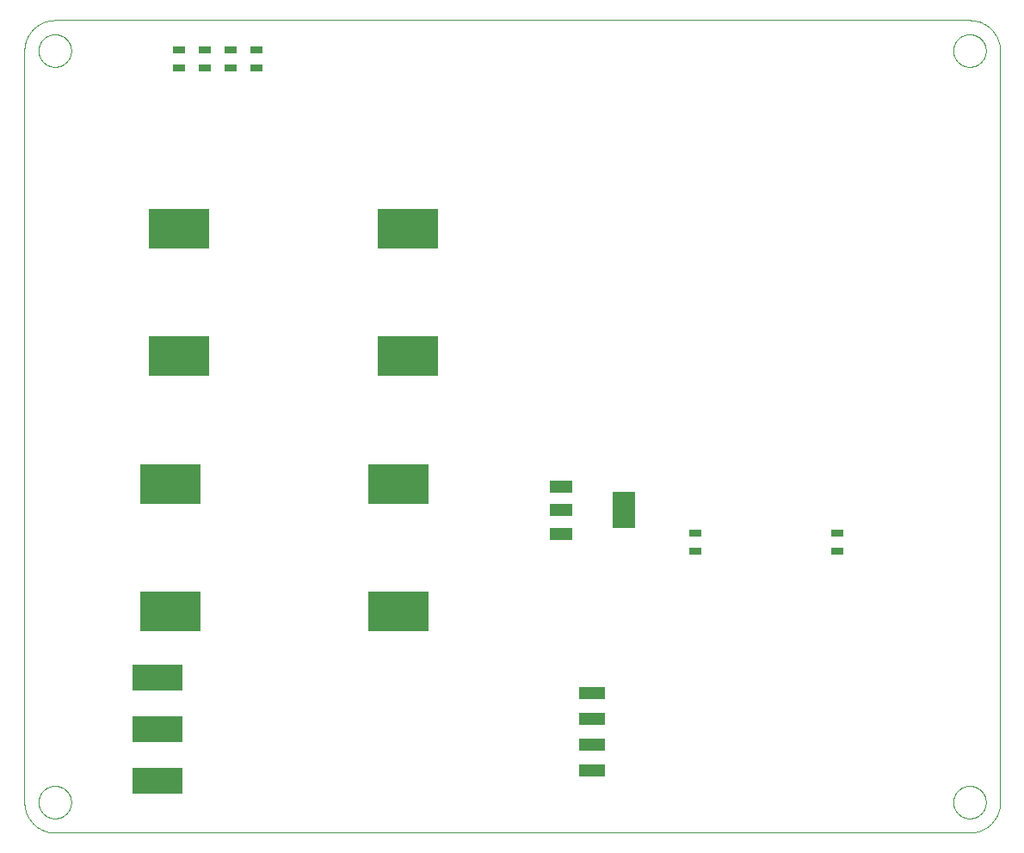
<source format=gbp>
G75*
%MOIN*%
%OFA0B0*%
%FSLAX25Y25*%
%IPPOS*%
%LPD*%
%AMOC8*
5,1,8,0,0,1.08239X$1,22.5*
%
%ADD10C,0.00000*%
%ADD11R,0.04724X0.03150*%
%ADD12R,0.23622X0.15748*%
%ADD13R,0.08800X0.04800*%
%ADD14R,0.08661X0.14173*%
%ADD15R,0.09843X0.05000*%
%ADD16R,0.19685X0.10039*%
D10*
X0015000Y0012811D02*
X0015000Y0304150D01*
X0020512Y0304150D02*
X0020514Y0304308D01*
X0020520Y0304466D01*
X0020530Y0304624D01*
X0020544Y0304782D01*
X0020562Y0304939D01*
X0020583Y0305096D01*
X0020609Y0305252D01*
X0020639Y0305408D01*
X0020672Y0305563D01*
X0020710Y0305716D01*
X0020751Y0305869D01*
X0020796Y0306021D01*
X0020845Y0306172D01*
X0020898Y0306321D01*
X0020954Y0306469D01*
X0021014Y0306615D01*
X0021078Y0306760D01*
X0021146Y0306903D01*
X0021217Y0307045D01*
X0021291Y0307185D01*
X0021369Y0307322D01*
X0021451Y0307458D01*
X0021535Y0307592D01*
X0021624Y0307723D01*
X0021715Y0307852D01*
X0021810Y0307979D01*
X0021907Y0308104D01*
X0022008Y0308226D01*
X0022112Y0308345D01*
X0022219Y0308462D01*
X0022329Y0308576D01*
X0022442Y0308687D01*
X0022557Y0308796D01*
X0022675Y0308901D01*
X0022796Y0309003D01*
X0022919Y0309103D01*
X0023045Y0309199D01*
X0023173Y0309292D01*
X0023303Y0309382D01*
X0023436Y0309468D01*
X0023571Y0309552D01*
X0023707Y0309631D01*
X0023846Y0309708D01*
X0023987Y0309780D01*
X0024129Y0309850D01*
X0024273Y0309915D01*
X0024419Y0309977D01*
X0024566Y0310035D01*
X0024715Y0310090D01*
X0024865Y0310141D01*
X0025016Y0310188D01*
X0025168Y0310231D01*
X0025321Y0310270D01*
X0025476Y0310306D01*
X0025631Y0310337D01*
X0025787Y0310365D01*
X0025943Y0310389D01*
X0026100Y0310409D01*
X0026258Y0310425D01*
X0026415Y0310437D01*
X0026574Y0310445D01*
X0026732Y0310449D01*
X0026890Y0310449D01*
X0027048Y0310445D01*
X0027207Y0310437D01*
X0027364Y0310425D01*
X0027522Y0310409D01*
X0027679Y0310389D01*
X0027835Y0310365D01*
X0027991Y0310337D01*
X0028146Y0310306D01*
X0028301Y0310270D01*
X0028454Y0310231D01*
X0028606Y0310188D01*
X0028757Y0310141D01*
X0028907Y0310090D01*
X0029056Y0310035D01*
X0029203Y0309977D01*
X0029349Y0309915D01*
X0029493Y0309850D01*
X0029635Y0309780D01*
X0029776Y0309708D01*
X0029915Y0309631D01*
X0030051Y0309552D01*
X0030186Y0309468D01*
X0030319Y0309382D01*
X0030449Y0309292D01*
X0030577Y0309199D01*
X0030703Y0309103D01*
X0030826Y0309003D01*
X0030947Y0308901D01*
X0031065Y0308796D01*
X0031180Y0308687D01*
X0031293Y0308576D01*
X0031403Y0308462D01*
X0031510Y0308345D01*
X0031614Y0308226D01*
X0031715Y0308104D01*
X0031812Y0307979D01*
X0031907Y0307852D01*
X0031998Y0307723D01*
X0032087Y0307592D01*
X0032171Y0307458D01*
X0032253Y0307322D01*
X0032331Y0307185D01*
X0032405Y0307045D01*
X0032476Y0306903D01*
X0032544Y0306760D01*
X0032608Y0306615D01*
X0032668Y0306469D01*
X0032724Y0306321D01*
X0032777Y0306172D01*
X0032826Y0306021D01*
X0032871Y0305869D01*
X0032912Y0305716D01*
X0032950Y0305563D01*
X0032983Y0305408D01*
X0033013Y0305252D01*
X0033039Y0305096D01*
X0033060Y0304939D01*
X0033078Y0304782D01*
X0033092Y0304624D01*
X0033102Y0304466D01*
X0033108Y0304308D01*
X0033110Y0304150D01*
X0033108Y0303992D01*
X0033102Y0303834D01*
X0033092Y0303676D01*
X0033078Y0303518D01*
X0033060Y0303361D01*
X0033039Y0303204D01*
X0033013Y0303048D01*
X0032983Y0302892D01*
X0032950Y0302737D01*
X0032912Y0302584D01*
X0032871Y0302431D01*
X0032826Y0302279D01*
X0032777Y0302128D01*
X0032724Y0301979D01*
X0032668Y0301831D01*
X0032608Y0301685D01*
X0032544Y0301540D01*
X0032476Y0301397D01*
X0032405Y0301255D01*
X0032331Y0301115D01*
X0032253Y0300978D01*
X0032171Y0300842D01*
X0032087Y0300708D01*
X0031998Y0300577D01*
X0031907Y0300448D01*
X0031812Y0300321D01*
X0031715Y0300196D01*
X0031614Y0300074D01*
X0031510Y0299955D01*
X0031403Y0299838D01*
X0031293Y0299724D01*
X0031180Y0299613D01*
X0031065Y0299504D01*
X0030947Y0299399D01*
X0030826Y0299297D01*
X0030703Y0299197D01*
X0030577Y0299101D01*
X0030449Y0299008D01*
X0030319Y0298918D01*
X0030186Y0298832D01*
X0030051Y0298748D01*
X0029915Y0298669D01*
X0029776Y0298592D01*
X0029635Y0298520D01*
X0029493Y0298450D01*
X0029349Y0298385D01*
X0029203Y0298323D01*
X0029056Y0298265D01*
X0028907Y0298210D01*
X0028757Y0298159D01*
X0028606Y0298112D01*
X0028454Y0298069D01*
X0028301Y0298030D01*
X0028146Y0297994D01*
X0027991Y0297963D01*
X0027835Y0297935D01*
X0027679Y0297911D01*
X0027522Y0297891D01*
X0027364Y0297875D01*
X0027207Y0297863D01*
X0027048Y0297855D01*
X0026890Y0297851D01*
X0026732Y0297851D01*
X0026574Y0297855D01*
X0026415Y0297863D01*
X0026258Y0297875D01*
X0026100Y0297891D01*
X0025943Y0297911D01*
X0025787Y0297935D01*
X0025631Y0297963D01*
X0025476Y0297994D01*
X0025321Y0298030D01*
X0025168Y0298069D01*
X0025016Y0298112D01*
X0024865Y0298159D01*
X0024715Y0298210D01*
X0024566Y0298265D01*
X0024419Y0298323D01*
X0024273Y0298385D01*
X0024129Y0298450D01*
X0023987Y0298520D01*
X0023846Y0298592D01*
X0023707Y0298669D01*
X0023571Y0298748D01*
X0023436Y0298832D01*
X0023303Y0298918D01*
X0023173Y0299008D01*
X0023045Y0299101D01*
X0022919Y0299197D01*
X0022796Y0299297D01*
X0022675Y0299399D01*
X0022557Y0299504D01*
X0022442Y0299613D01*
X0022329Y0299724D01*
X0022219Y0299838D01*
X0022112Y0299955D01*
X0022008Y0300074D01*
X0021907Y0300196D01*
X0021810Y0300321D01*
X0021715Y0300448D01*
X0021624Y0300577D01*
X0021535Y0300708D01*
X0021451Y0300842D01*
X0021369Y0300978D01*
X0021291Y0301115D01*
X0021217Y0301255D01*
X0021146Y0301397D01*
X0021078Y0301540D01*
X0021014Y0301685D01*
X0020954Y0301831D01*
X0020898Y0301979D01*
X0020845Y0302128D01*
X0020796Y0302279D01*
X0020751Y0302431D01*
X0020710Y0302584D01*
X0020672Y0302737D01*
X0020639Y0302892D01*
X0020609Y0303048D01*
X0020583Y0303204D01*
X0020562Y0303361D01*
X0020544Y0303518D01*
X0020530Y0303676D01*
X0020520Y0303834D01*
X0020514Y0303992D01*
X0020512Y0304150D01*
X0015000Y0304150D02*
X0015003Y0304435D01*
X0015014Y0304721D01*
X0015031Y0305006D01*
X0015055Y0305290D01*
X0015086Y0305574D01*
X0015124Y0305857D01*
X0015169Y0306138D01*
X0015220Y0306419D01*
X0015278Y0306699D01*
X0015343Y0306977D01*
X0015415Y0307253D01*
X0015493Y0307527D01*
X0015578Y0307800D01*
X0015670Y0308070D01*
X0015768Y0308338D01*
X0015872Y0308604D01*
X0015983Y0308867D01*
X0016100Y0309127D01*
X0016223Y0309385D01*
X0016353Y0309639D01*
X0016489Y0309890D01*
X0016630Y0310138D01*
X0016778Y0310382D01*
X0016931Y0310623D01*
X0017091Y0310859D01*
X0017256Y0311092D01*
X0017426Y0311321D01*
X0017602Y0311546D01*
X0017784Y0311766D01*
X0017970Y0311982D01*
X0018162Y0312193D01*
X0018359Y0312400D01*
X0018561Y0312602D01*
X0018768Y0312799D01*
X0018979Y0312991D01*
X0019195Y0313177D01*
X0019415Y0313359D01*
X0019640Y0313535D01*
X0019869Y0313705D01*
X0020102Y0313870D01*
X0020338Y0314030D01*
X0020579Y0314183D01*
X0020823Y0314331D01*
X0021071Y0314472D01*
X0021322Y0314608D01*
X0021576Y0314738D01*
X0021834Y0314861D01*
X0022094Y0314978D01*
X0022357Y0315089D01*
X0022623Y0315193D01*
X0022891Y0315291D01*
X0023161Y0315383D01*
X0023434Y0315468D01*
X0023708Y0315546D01*
X0023984Y0315618D01*
X0024262Y0315683D01*
X0024542Y0315741D01*
X0024823Y0315792D01*
X0025104Y0315837D01*
X0025387Y0315875D01*
X0025671Y0315906D01*
X0025955Y0315930D01*
X0026240Y0315947D01*
X0026526Y0315958D01*
X0026811Y0315961D01*
X0381142Y0315961D01*
X0374843Y0304150D02*
X0374845Y0304308D01*
X0374851Y0304466D01*
X0374861Y0304624D01*
X0374875Y0304782D01*
X0374893Y0304939D01*
X0374914Y0305096D01*
X0374940Y0305252D01*
X0374970Y0305408D01*
X0375003Y0305563D01*
X0375041Y0305716D01*
X0375082Y0305869D01*
X0375127Y0306021D01*
X0375176Y0306172D01*
X0375229Y0306321D01*
X0375285Y0306469D01*
X0375345Y0306615D01*
X0375409Y0306760D01*
X0375477Y0306903D01*
X0375548Y0307045D01*
X0375622Y0307185D01*
X0375700Y0307322D01*
X0375782Y0307458D01*
X0375866Y0307592D01*
X0375955Y0307723D01*
X0376046Y0307852D01*
X0376141Y0307979D01*
X0376238Y0308104D01*
X0376339Y0308226D01*
X0376443Y0308345D01*
X0376550Y0308462D01*
X0376660Y0308576D01*
X0376773Y0308687D01*
X0376888Y0308796D01*
X0377006Y0308901D01*
X0377127Y0309003D01*
X0377250Y0309103D01*
X0377376Y0309199D01*
X0377504Y0309292D01*
X0377634Y0309382D01*
X0377767Y0309468D01*
X0377902Y0309552D01*
X0378038Y0309631D01*
X0378177Y0309708D01*
X0378318Y0309780D01*
X0378460Y0309850D01*
X0378604Y0309915D01*
X0378750Y0309977D01*
X0378897Y0310035D01*
X0379046Y0310090D01*
X0379196Y0310141D01*
X0379347Y0310188D01*
X0379499Y0310231D01*
X0379652Y0310270D01*
X0379807Y0310306D01*
X0379962Y0310337D01*
X0380118Y0310365D01*
X0380274Y0310389D01*
X0380431Y0310409D01*
X0380589Y0310425D01*
X0380746Y0310437D01*
X0380905Y0310445D01*
X0381063Y0310449D01*
X0381221Y0310449D01*
X0381379Y0310445D01*
X0381538Y0310437D01*
X0381695Y0310425D01*
X0381853Y0310409D01*
X0382010Y0310389D01*
X0382166Y0310365D01*
X0382322Y0310337D01*
X0382477Y0310306D01*
X0382632Y0310270D01*
X0382785Y0310231D01*
X0382937Y0310188D01*
X0383088Y0310141D01*
X0383238Y0310090D01*
X0383387Y0310035D01*
X0383534Y0309977D01*
X0383680Y0309915D01*
X0383824Y0309850D01*
X0383966Y0309780D01*
X0384107Y0309708D01*
X0384246Y0309631D01*
X0384382Y0309552D01*
X0384517Y0309468D01*
X0384650Y0309382D01*
X0384780Y0309292D01*
X0384908Y0309199D01*
X0385034Y0309103D01*
X0385157Y0309003D01*
X0385278Y0308901D01*
X0385396Y0308796D01*
X0385511Y0308687D01*
X0385624Y0308576D01*
X0385734Y0308462D01*
X0385841Y0308345D01*
X0385945Y0308226D01*
X0386046Y0308104D01*
X0386143Y0307979D01*
X0386238Y0307852D01*
X0386329Y0307723D01*
X0386418Y0307592D01*
X0386502Y0307458D01*
X0386584Y0307322D01*
X0386662Y0307185D01*
X0386736Y0307045D01*
X0386807Y0306903D01*
X0386875Y0306760D01*
X0386939Y0306615D01*
X0386999Y0306469D01*
X0387055Y0306321D01*
X0387108Y0306172D01*
X0387157Y0306021D01*
X0387202Y0305869D01*
X0387243Y0305716D01*
X0387281Y0305563D01*
X0387314Y0305408D01*
X0387344Y0305252D01*
X0387370Y0305096D01*
X0387391Y0304939D01*
X0387409Y0304782D01*
X0387423Y0304624D01*
X0387433Y0304466D01*
X0387439Y0304308D01*
X0387441Y0304150D01*
X0387439Y0303992D01*
X0387433Y0303834D01*
X0387423Y0303676D01*
X0387409Y0303518D01*
X0387391Y0303361D01*
X0387370Y0303204D01*
X0387344Y0303048D01*
X0387314Y0302892D01*
X0387281Y0302737D01*
X0387243Y0302584D01*
X0387202Y0302431D01*
X0387157Y0302279D01*
X0387108Y0302128D01*
X0387055Y0301979D01*
X0386999Y0301831D01*
X0386939Y0301685D01*
X0386875Y0301540D01*
X0386807Y0301397D01*
X0386736Y0301255D01*
X0386662Y0301115D01*
X0386584Y0300978D01*
X0386502Y0300842D01*
X0386418Y0300708D01*
X0386329Y0300577D01*
X0386238Y0300448D01*
X0386143Y0300321D01*
X0386046Y0300196D01*
X0385945Y0300074D01*
X0385841Y0299955D01*
X0385734Y0299838D01*
X0385624Y0299724D01*
X0385511Y0299613D01*
X0385396Y0299504D01*
X0385278Y0299399D01*
X0385157Y0299297D01*
X0385034Y0299197D01*
X0384908Y0299101D01*
X0384780Y0299008D01*
X0384650Y0298918D01*
X0384517Y0298832D01*
X0384382Y0298748D01*
X0384246Y0298669D01*
X0384107Y0298592D01*
X0383966Y0298520D01*
X0383824Y0298450D01*
X0383680Y0298385D01*
X0383534Y0298323D01*
X0383387Y0298265D01*
X0383238Y0298210D01*
X0383088Y0298159D01*
X0382937Y0298112D01*
X0382785Y0298069D01*
X0382632Y0298030D01*
X0382477Y0297994D01*
X0382322Y0297963D01*
X0382166Y0297935D01*
X0382010Y0297911D01*
X0381853Y0297891D01*
X0381695Y0297875D01*
X0381538Y0297863D01*
X0381379Y0297855D01*
X0381221Y0297851D01*
X0381063Y0297851D01*
X0380905Y0297855D01*
X0380746Y0297863D01*
X0380589Y0297875D01*
X0380431Y0297891D01*
X0380274Y0297911D01*
X0380118Y0297935D01*
X0379962Y0297963D01*
X0379807Y0297994D01*
X0379652Y0298030D01*
X0379499Y0298069D01*
X0379347Y0298112D01*
X0379196Y0298159D01*
X0379046Y0298210D01*
X0378897Y0298265D01*
X0378750Y0298323D01*
X0378604Y0298385D01*
X0378460Y0298450D01*
X0378318Y0298520D01*
X0378177Y0298592D01*
X0378038Y0298669D01*
X0377902Y0298748D01*
X0377767Y0298832D01*
X0377634Y0298918D01*
X0377504Y0299008D01*
X0377376Y0299101D01*
X0377250Y0299197D01*
X0377127Y0299297D01*
X0377006Y0299399D01*
X0376888Y0299504D01*
X0376773Y0299613D01*
X0376660Y0299724D01*
X0376550Y0299838D01*
X0376443Y0299955D01*
X0376339Y0300074D01*
X0376238Y0300196D01*
X0376141Y0300321D01*
X0376046Y0300448D01*
X0375955Y0300577D01*
X0375866Y0300708D01*
X0375782Y0300842D01*
X0375700Y0300978D01*
X0375622Y0301115D01*
X0375548Y0301255D01*
X0375477Y0301397D01*
X0375409Y0301540D01*
X0375345Y0301685D01*
X0375285Y0301831D01*
X0375229Y0301979D01*
X0375176Y0302128D01*
X0375127Y0302279D01*
X0375082Y0302431D01*
X0375041Y0302584D01*
X0375003Y0302737D01*
X0374970Y0302892D01*
X0374940Y0303048D01*
X0374914Y0303204D01*
X0374893Y0303361D01*
X0374875Y0303518D01*
X0374861Y0303676D01*
X0374851Y0303834D01*
X0374845Y0303992D01*
X0374843Y0304150D01*
X0381142Y0315961D02*
X0381427Y0315958D01*
X0381713Y0315947D01*
X0381998Y0315930D01*
X0382282Y0315906D01*
X0382566Y0315875D01*
X0382849Y0315837D01*
X0383130Y0315792D01*
X0383411Y0315741D01*
X0383691Y0315683D01*
X0383969Y0315618D01*
X0384245Y0315546D01*
X0384519Y0315468D01*
X0384792Y0315383D01*
X0385062Y0315291D01*
X0385330Y0315193D01*
X0385596Y0315089D01*
X0385859Y0314978D01*
X0386119Y0314861D01*
X0386377Y0314738D01*
X0386631Y0314608D01*
X0386882Y0314472D01*
X0387130Y0314331D01*
X0387374Y0314183D01*
X0387615Y0314030D01*
X0387851Y0313870D01*
X0388084Y0313705D01*
X0388313Y0313535D01*
X0388538Y0313359D01*
X0388758Y0313177D01*
X0388974Y0312991D01*
X0389185Y0312799D01*
X0389392Y0312602D01*
X0389594Y0312400D01*
X0389791Y0312193D01*
X0389983Y0311982D01*
X0390169Y0311766D01*
X0390351Y0311546D01*
X0390527Y0311321D01*
X0390697Y0311092D01*
X0390862Y0310859D01*
X0391022Y0310623D01*
X0391175Y0310382D01*
X0391323Y0310138D01*
X0391464Y0309890D01*
X0391600Y0309639D01*
X0391730Y0309385D01*
X0391853Y0309127D01*
X0391970Y0308867D01*
X0392081Y0308604D01*
X0392185Y0308338D01*
X0392283Y0308070D01*
X0392375Y0307800D01*
X0392460Y0307527D01*
X0392538Y0307253D01*
X0392610Y0306977D01*
X0392675Y0306699D01*
X0392733Y0306419D01*
X0392784Y0306138D01*
X0392829Y0305857D01*
X0392867Y0305574D01*
X0392898Y0305290D01*
X0392922Y0305006D01*
X0392939Y0304721D01*
X0392950Y0304435D01*
X0392953Y0304150D01*
X0392953Y0012811D01*
X0374843Y0012811D02*
X0374845Y0012969D01*
X0374851Y0013127D01*
X0374861Y0013285D01*
X0374875Y0013443D01*
X0374893Y0013600D01*
X0374914Y0013757D01*
X0374940Y0013913D01*
X0374970Y0014069D01*
X0375003Y0014224D01*
X0375041Y0014377D01*
X0375082Y0014530D01*
X0375127Y0014682D01*
X0375176Y0014833D01*
X0375229Y0014982D01*
X0375285Y0015130D01*
X0375345Y0015276D01*
X0375409Y0015421D01*
X0375477Y0015564D01*
X0375548Y0015706D01*
X0375622Y0015846D01*
X0375700Y0015983D01*
X0375782Y0016119D01*
X0375866Y0016253D01*
X0375955Y0016384D01*
X0376046Y0016513D01*
X0376141Y0016640D01*
X0376238Y0016765D01*
X0376339Y0016887D01*
X0376443Y0017006D01*
X0376550Y0017123D01*
X0376660Y0017237D01*
X0376773Y0017348D01*
X0376888Y0017457D01*
X0377006Y0017562D01*
X0377127Y0017664D01*
X0377250Y0017764D01*
X0377376Y0017860D01*
X0377504Y0017953D01*
X0377634Y0018043D01*
X0377767Y0018129D01*
X0377902Y0018213D01*
X0378038Y0018292D01*
X0378177Y0018369D01*
X0378318Y0018441D01*
X0378460Y0018511D01*
X0378604Y0018576D01*
X0378750Y0018638D01*
X0378897Y0018696D01*
X0379046Y0018751D01*
X0379196Y0018802D01*
X0379347Y0018849D01*
X0379499Y0018892D01*
X0379652Y0018931D01*
X0379807Y0018967D01*
X0379962Y0018998D01*
X0380118Y0019026D01*
X0380274Y0019050D01*
X0380431Y0019070D01*
X0380589Y0019086D01*
X0380746Y0019098D01*
X0380905Y0019106D01*
X0381063Y0019110D01*
X0381221Y0019110D01*
X0381379Y0019106D01*
X0381538Y0019098D01*
X0381695Y0019086D01*
X0381853Y0019070D01*
X0382010Y0019050D01*
X0382166Y0019026D01*
X0382322Y0018998D01*
X0382477Y0018967D01*
X0382632Y0018931D01*
X0382785Y0018892D01*
X0382937Y0018849D01*
X0383088Y0018802D01*
X0383238Y0018751D01*
X0383387Y0018696D01*
X0383534Y0018638D01*
X0383680Y0018576D01*
X0383824Y0018511D01*
X0383966Y0018441D01*
X0384107Y0018369D01*
X0384246Y0018292D01*
X0384382Y0018213D01*
X0384517Y0018129D01*
X0384650Y0018043D01*
X0384780Y0017953D01*
X0384908Y0017860D01*
X0385034Y0017764D01*
X0385157Y0017664D01*
X0385278Y0017562D01*
X0385396Y0017457D01*
X0385511Y0017348D01*
X0385624Y0017237D01*
X0385734Y0017123D01*
X0385841Y0017006D01*
X0385945Y0016887D01*
X0386046Y0016765D01*
X0386143Y0016640D01*
X0386238Y0016513D01*
X0386329Y0016384D01*
X0386418Y0016253D01*
X0386502Y0016119D01*
X0386584Y0015983D01*
X0386662Y0015846D01*
X0386736Y0015706D01*
X0386807Y0015564D01*
X0386875Y0015421D01*
X0386939Y0015276D01*
X0386999Y0015130D01*
X0387055Y0014982D01*
X0387108Y0014833D01*
X0387157Y0014682D01*
X0387202Y0014530D01*
X0387243Y0014377D01*
X0387281Y0014224D01*
X0387314Y0014069D01*
X0387344Y0013913D01*
X0387370Y0013757D01*
X0387391Y0013600D01*
X0387409Y0013443D01*
X0387423Y0013285D01*
X0387433Y0013127D01*
X0387439Y0012969D01*
X0387441Y0012811D01*
X0387439Y0012653D01*
X0387433Y0012495D01*
X0387423Y0012337D01*
X0387409Y0012179D01*
X0387391Y0012022D01*
X0387370Y0011865D01*
X0387344Y0011709D01*
X0387314Y0011553D01*
X0387281Y0011398D01*
X0387243Y0011245D01*
X0387202Y0011092D01*
X0387157Y0010940D01*
X0387108Y0010789D01*
X0387055Y0010640D01*
X0386999Y0010492D01*
X0386939Y0010346D01*
X0386875Y0010201D01*
X0386807Y0010058D01*
X0386736Y0009916D01*
X0386662Y0009776D01*
X0386584Y0009639D01*
X0386502Y0009503D01*
X0386418Y0009369D01*
X0386329Y0009238D01*
X0386238Y0009109D01*
X0386143Y0008982D01*
X0386046Y0008857D01*
X0385945Y0008735D01*
X0385841Y0008616D01*
X0385734Y0008499D01*
X0385624Y0008385D01*
X0385511Y0008274D01*
X0385396Y0008165D01*
X0385278Y0008060D01*
X0385157Y0007958D01*
X0385034Y0007858D01*
X0384908Y0007762D01*
X0384780Y0007669D01*
X0384650Y0007579D01*
X0384517Y0007493D01*
X0384382Y0007409D01*
X0384246Y0007330D01*
X0384107Y0007253D01*
X0383966Y0007181D01*
X0383824Y0007111D01*
X0383680Y0007046D01*
X0383534Y0006984D01*
X0383387Y0006926D01*
X0383238Y0006871D01*
X0383088Y0006820D01*
X0382937Y0006773D01*
X0382785Y0006730D01*
X0382632Y0006691D01*
X0382477Y0006655D01*
X0382322Y0006624D01*
X0382166Y0006596D01*
X0382010Y0006572D01*
X0381853Y0006552D01*
X0381695Y0006536D01*
X0381538Y0006524D01*
X0381379Y0006516D01*
X0381221Y0006512D01*
X0381063Y0006512D01*
X0380905Y0006516D01*
X0380746Y0006524D01*
X0380589Y0006536D01*
X0380431Y0006552D01*
X0380274Y0006572D01*
X0380118Y0006596D01*
X0379962Y0006624D01*
X0379807Y0006655D01*
X0379652Y0006691D01*
X0379499Y0006730D01*
X0379347Y0006773D01*
X0379196Y0006820D01*
X0379046Y0006871D01*
X0378897Y0006926D01*
X0378750Y0006984D01*
X0378604Y0007046D01*
X0378460Y0007111D01*
X0378318Y0007181D01*
X0378177Y0007253D01*
X0378038Y0007330D01*
X0377902Y0007409D01*
X0377767Y0007493D01*
X0377634Y0007579D01*
X0377504Y0007669D01*
X0377376Y0007762D01*
X0377250Y0007858D01*
X0377127Y0007958D01*
X0377006Y0008060D01*
X0376888Y0008165D01*
X0376773Y0008274D01*
X0376660Y0008385D01*
X0376550Y0008499D01*
X0376443Y0008616D01*
X0376339Y0008735D01*
X0376238Y0008857D01*
X0376141Y0008982D01*
X0376046Y0009109D01*
X0375955Y0009238D01*
X0375866Y0009369D01*
X0375782Y0009503D01*
X0375700Y0009639D01*
X0375622Y0009776D01*
X0375548Y0009916D01*
X0375477Y0010058D01*
X0375409Y0010201D01*
X0375345Y0010346D01*
X0375285Y0010492D01*
X0375229Y0010640D01*
X0375176Y0010789D01*
X0375127Y0010940D01*
X0375082Y0011092D01*
X0375041Y0011245D01*
X0375003Y0011398D01*
X0374970Y0011553D01*
X0374940Y0011709D01*
X0374914Y0011865D01*
X0374893Y0012022D01*
X0374875Y0012179D01*
X0374861Y0012337D01*
X0374851Y0012495D01*
X0374845Y0012653D01*
X0374843Y0012811D01*
X0381142Y0001000D02*
X0381427Y0001003D01*
X0381713Y0001014D01*
X0381998Y0001031D01*
X0382282Y0001055D01*
X0382566Y0001086D01*
X0382849Y0001124D01*
X0383130Y0001169D01*
X0383411Y0001220D01*
X0383691Y0001278D01*
X0383969Y0001343D01*
X0384245Y0001415D01*
X0384519Y0001493D01*
X0384792Y0001578D01*
X0385062Y0001670D01*
X0385330Y0001768D01*
X0385596Y0001872D01*
X0385859Y0001983D01*
X0386119Y0002100D01*
X0386377Y0002223D01*
X0386631Y0002353D01*
X0386882Y0002489D01*
X0387130Y0002630D01*
X0387374Y0002778D01*
X0387615Y0002931D01*
X0387851Y0003091D01*
X0388084Y0003256D01*
X0388313Y0003426D01*
X0388538Y0003602D01*
X0388758Y0003784D01*
X0388974Y0003970D01*
X0389185Y0004162D01*
X0389392Y0004359D01*
X0389594Y0004561D01*
X0389791Y0004768D01*
X0389983Y0004979D01*
X0390169Y0005195D01*
X0390351Y0005415D01*
X0390527Y0005640D01*
X0390697Y0005869D01*
X0390862Y0006102D01*
X0391022Y0006338D01*
X0391175Y0006579D01*
X0391323Y0006823D01*
X0391464Y0007071D01*
X0391600Y0007322D01*
X0391730Y0007576D01*
X0391853Y0007834D01*
X0391970Y0008094D01*
X0392081Y0008357D01*
X0392185Y0008623D01*
X0392283Y0008891D01*
X0392375Y0009161D01*
X0392460Y0009434D01*
X0392538Y0009708D01*
X0392610Y0009984D01*
X0392675Y0010262D01*
X0392733Y0010542D01*
X0392784Y0010823D01*
X0392829Y0011104D01*
X0392867Y0011387D01*
X0392898Y0011671D01*
X0392922Y0011955D01*
X0392939Y0012240D01*
X0392950Y0012526D01*
X0392953Y0012811D01*
X0381142Y0001000D02*
X0026811Y0001000D01*
X0020512Y0012811D02*
X0020514Y0012969D01*
X0020520Y0013127D01*
X0020530Y0013285D01*
X0020544Y0013443D01*
X0020562Y0013600D01*
X0020583Y0013757D01*
X0020609Y0013913D01*
X0020639Y0014069D01*
X0020672Y0014224D01*
X0020710Y0014377D01*
X0020751Y0014530D01*
X0020796Y0014682D01*
X0020845Y0014833D01*
X0020898Y0014982D01*
X0020954Y0015130D01*
X0021014Y0015276D01*
X0021078Y0015421D01*
X0021146Y0015564D01*
X0021217Y0015706D01*
X0021291Y0015846D01*
X0021369Y0015983D01*
X0021451Y0016119D01*
X0021535Y0016253D01*
X0021624Y0016384D01*
X0021715Y0016513D01*
X0021810Y0016640D01*
X0021907Y0016765D01*
X0022008Y0016887D01*
X0022112Y0017006D01*
X0022219Y0017123D01*
X0022329Y0017237D01*
X0022442Y0017348D01*
X0022557Y0017457D01*
X0022675Y0017562D01*
X0022796Y0017664D01*
X0022919Y0017764D01*
X0023045Y0017860D01*
X0023173Y0017953D01*
X0023303Y0018043D01*
X0023436Y0018129D01*
X0023571Y0018213D01*
X0023707Y0018292D01*
X0023846Y0018369D01*
X0023987Y0018441D01*
X0024129Y0018511D01*
X0024273Y0018576D01*
X0024419Y0018638D01*
X0024566Y0018696D01*
X0024715Y0018751D01*
X0024865Y0018802D01*
X0025016Y0018849D01*
X0025168Y0018892D01*
X0025321Y0018931D01*
X0025476Y0018967D01*
X0025631Y0018998D01*
X0025787Y0019026D01*
X0025943Y0019050D01*
X0026100Y0019070D01*
X0026258Y0019086D01*
X0026415Y0019098D01*
X0026574Y0019106D01*
X0026732Y0019110D01*
X0026890Y0019110D01*
X0027048Y0019106D01*
X0027207Y0019098D01*
X0027364Y0019086D01*
X0027522Y0019070D01*
X0027679Y0019050D01*
X0027835Y0019026D01*
X0027991Y0018998D01*
X0028146Y0018967D01*
X0028301Y0018931D01*
X0028454Y0018892D01*
X0028606Y0018849D01*
X0028757Y0018802D01*
X0028907Y0018751D01*
X0029056Y0018696D01*
X0029203Y0018638D01*
X0029349Y0018576D01*
X0029493Y0018511D01*
X0029635Y0018441D01*
X0029776Y0018369D01*
X0029915Y0018292D01*
X0030051Y0018213D01*
X0030186Y0018129D01*
X0030319Y0018043D01*
X0030449Y0017953D01*
X0030577Y0017860D01*
X0030703Y0017764D01*
X0030826Y0017664D01*
X0030947Y0017562D01*
X0031065Y0017457D01*
X0031180Y0017348D01*
X0031293Y0017237D01*
X0031403Y0017123D01*
X0031510Y0017006D01*
X0031614Y0016887D01*
X0031715Y0016765D01*
X0031812Y0016640D01*
X0031907Y0016513D01*
X0031998Y0016384D01*
X0032087Y0016253D01*
X0032171Y0016119D01*
X0032253Y0015983D01*
X0032331Y0015846D01*
X0032405Y0015706D01*
X0032476Y0015564D01*
X0032544Y0015421D01*
X0032608Y0015276D01*
X0032668Y0015130D01*
X0032724Y0014982D01*
X0032777Y0014833D01*
X0032826Y0014682D01*
X0032871Y0014530D01*
X0032912Y0014377D01*
X0032950Y0014224D01*
X0032983Y0014069D01*
X0033013Y0013913D01*
X0033039Y0013757D01*
X0033060Y0013600D01*
X0033078Y0013443D01*
X0033092Y0013285D01*
X0033102Y0013127D01*
X0033108Y0012969D01*
X0033110Y0012811D01*
X0033108Y0012653D01*
X0033102Y0012495D01*
X0033092Y0012337D01*
X0033078Y0012179D01*
X0033060Y0012022D01*
X0033039Y0011865D01*
X0033013Y0011709D01*
X0032983Y0011553D01*
X0032950Y0011398D01*
X0032912Y0011245D01*
X0032871Y0011092D01*
X0032826Y0010940D01*
X0032777Y0010789D01*
X0032724Y0010640D01*
X0032668Y0010492D01*
X0032608Y0010346D01*
X0032544Y0010201D01*
X0032476Y0010058D01*
X0032405Y0009916D01*
X0032331Y0009776D01*
X0032253Y0009639D01*
X0032171Y0009503D01*
X0032087Y0009369D01*
X0031998Y0009238D01*
X0031907Y0009109D01*
X0031812Y0008982D01*
X0031715Y0008857D01*
X0031614Y0008735D01*
X0031510Y0008616D01*
X0031403Y0008499D01*
X0031293Y0008385D01*
X0031180Y0008274D01*
X0031065Y0008165D01*
X0030947Y0008060D01*
X0030826Y0007958D01*
X0030703Y0007858D01*
X0030577Y0007762D01*
X0030449Y0007669D01*
X0030319Y0007579D01*
X0030186Y0007493D01*
X0030051Y0007409D01*
X0029915Y0007330D01*
X0029776Y0007253D01*
X0029635Y0007181D01*
X0029493Y0007111D01*
X0029349Y0007046D01*
X0029203Y0006984D01*
X0029056Y0006926D01*
X0028907Y0006871D01*
X0028757Y0006820D01*
X0028606Y0006773D01*
X0028454Y0006730D01*
X0028301Y0006691D01*
X0028146Y0006655D01*
X0027991Y0006624D01*
X0027835Y0006596D01*
X0027679Y0006572D01*
X0027522Y0006552D01*
X0027364Y0006536D01*
X0027207Y0006524D01*
X0027048Y0006516D01*
X0026890Y0006512D01*
X0026732Y0006512D01*
X0026574Y0006516D01*
X0026415Y0006524D01*
X0026258Y0006536D01*
X0026100Y0006552D01*
X0025943Y0006572D01*
X0025787Y0006596D01*
X0025631Y0006624D01*
X0025476Y0006655D01*
X0025321Y0006691D01*
X0025168Y0006730D01*
X0025016Y0006773D01*
X0024865Y0006820D01*
X0024715Y0006871D01*
X0024566Y0006926D01*
X0024419Y0006984D01*
X0024273Y0007046D01*
X0024129Y0007111D01*
X0023987Y0007181D01*
X0023846Y0007253D01*
X0023707Y0007330D01*
X0023571Y0007409D01*
X0023436Y0007493D01*
X0023303Y0007579D01*
X0023173Y0007669D01*
X0023045Y0007762D01*
X0022919Y0007858D01*
X0022796Y0007958D01*
X0022675Y0008060D01*
X0022557Y0008165D01*
X0022442Y0008274D01*
X0022329Y0008385D01*
X0022219Y0008499D01*
X0022112Y0008616D01*
X0022008Y0008735D01*
X0021907Y0008857D01*
X0021810Y0008982D01*
X0021715Y0009109D01*
X0021624Y0009238D01*
X0021535Y0009369D01*
X0021451Y0009503D01*
X0021369Y0009639D01*
X0021291Y0009776D01*
X0021217Y0009916D01*
X0021146Y0010058D01*
X0021078Y0010201D01*
X0021014Y0010346D01*
X0020954Y0010492D01*
X0020898Y0010640D01*
X0020845Y0010789D01*
X0020796Y0010940D01*
X0020751Y0011092D01*
X0020710Y0011245D01*
X0020672Y0011398D01*
X0020639Y0011553D01*
X0020609Y0011709D01*
X0020583Y0011865D01*
X0020562Y0012022D01*
X0020544Y0012179D01*
X0020530Y0012337D01*
X0020520Y0012495D01*
X0020514Y0012653D01*
X0020512Y0012811D01*
X0015000Y0012811D02*
X0015003Y0012526D01*
X0015014Y0012240D01*
X0015031Y0011955D01*
X0015055Y0011671D01*
X0015086Y0011387D01*
X0015124Y0011104D01*
X0015169Y0010823D01*
X0015220Y0010542D01*
X0015278Y0010262D01*
X0015343Y0009984D01*
X0015415Y0009708D01*
X0015493Y0009434D01*
X0015578Y0009161D01*
X0015670Y0008891D01*
X0015768Y0008623D01*
X0015872Y0008357D01*
X0015983Y0008094D01*
X0016100Y0007834D01*
X0016223Y0007576D01*
X0016353Y0007322D01*
X0016489Y0007071D01*
X0016630Y0006823D01*
X0016778Y0006579D01*
X0016931Y0006338D01*
X0017091Y0006102D01*
X0017256Y0005869D01*
X0017426Y0005640D01*
X0017602Y0005415D01*
X0017784Y0005195D01*
X0017970Y0004979D01*
X0018162Y0004768D01*
X0018359Y0004561D01*
X0018561Y0004359D01*
X0018768Y0004162D01*
X0018979Y0003970D01*
X0019195Y0003784D01*
X0019415Y0003602D01*
X0019640Y0003426D01*
X0019869Y0003256D01*
X0020102Y0003091D01*
X0020338Y0002931D01*
X0020579Y0002778D01*
X0020823Y0002630D01*
X0021071Y0002489D01*
X0021322Y0002353D01*
X0021576Y0002223D01*
X0021834Y0002100D01*
X0022094Y0001983D01*
X0022357Y0001872D01*
X0022623Y0001768D01*
X0022891Y0001670D01*
X0023161Y0001578D01*
X0023434Y0001493D01*
X0023708Y0001415D01*
X0023984Y0001343D01*
X0024262Y0001278D01*
X0024542Y0001220D01*
X0024823Y0001169D01*
X0025104Y0001124D01*
X0025387Y0001086D01*
X0025671Y0001055D01*
X0025955Y0001031D01*
X0026240Y0001014D01*
X0026526Y0001003D01*
X0026811Y0001000D01*
D11*
X0275000Y0110134D03*
X0275000Y0117220D03*
X0330000Y0117220D03*
X0330000Y0110134D03*
X0105000Y0297457D03*
X0095000Y0297457D03*
X0095000Y0304543D03*
X0105000Y0304543D03*
X0085000Y0304543D03*
X0075000Y0304543D03*
X0075000Y0297457D03*
X0085000Y0297457D03*
D12*
X0075000Y0235055D03*
X0075000Y0185843D03*
X0071417Y0136157D03*
X0071417Y0086945D03*
X0160000Y0086945D03*
X0160000Y0136157D03*
X0163583Y0185843D03*
X0163583Y0235055D03*
D13*
X0222800Y0135100D03*
X0222800Y0126000D03*
X0222800Y0116900D03*
D14*
X0247201Y0126000D03*
D15*
X0235000Y0055016D03*
X0235000Y0045016D03*
X0235000Y0035016D03*
X0235000Y0025016D03*
D16*
X0066496Y0021000D03*
X0066496Y0041000D03*
X0066496Y0061000D03*
M02*

</source>
